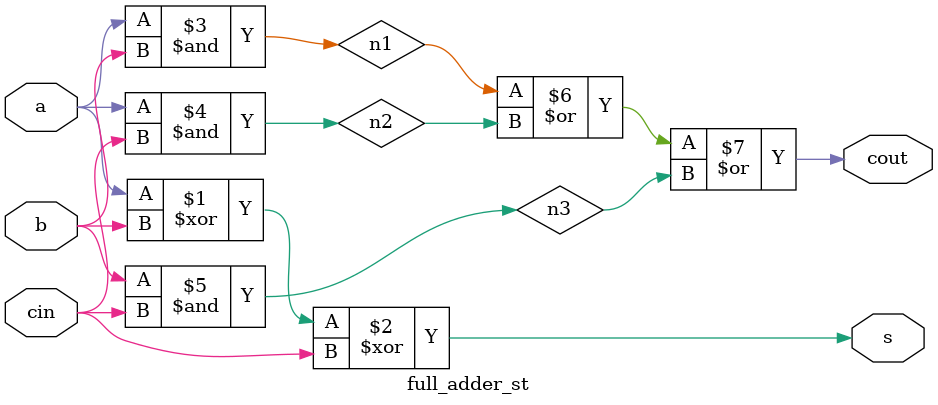
<source format=v>
/**************************************************
 P1.1 FULL ADDER STRUCTURAL
 ************************************************/

 module full_adder_st(s, cout, a, b, cin); 
 	input a, b, cin;
 	output s, cout;

 	wire n1,n2,n3;

 	xor xor1(s,a,b,cin);
 	and and1(n1,a,b);
 	and and2(n2,a,cin);
 	and and3(n3,b,cin);
 	or or1(cout,n1,n2,n3);

 endmodule
</source>
